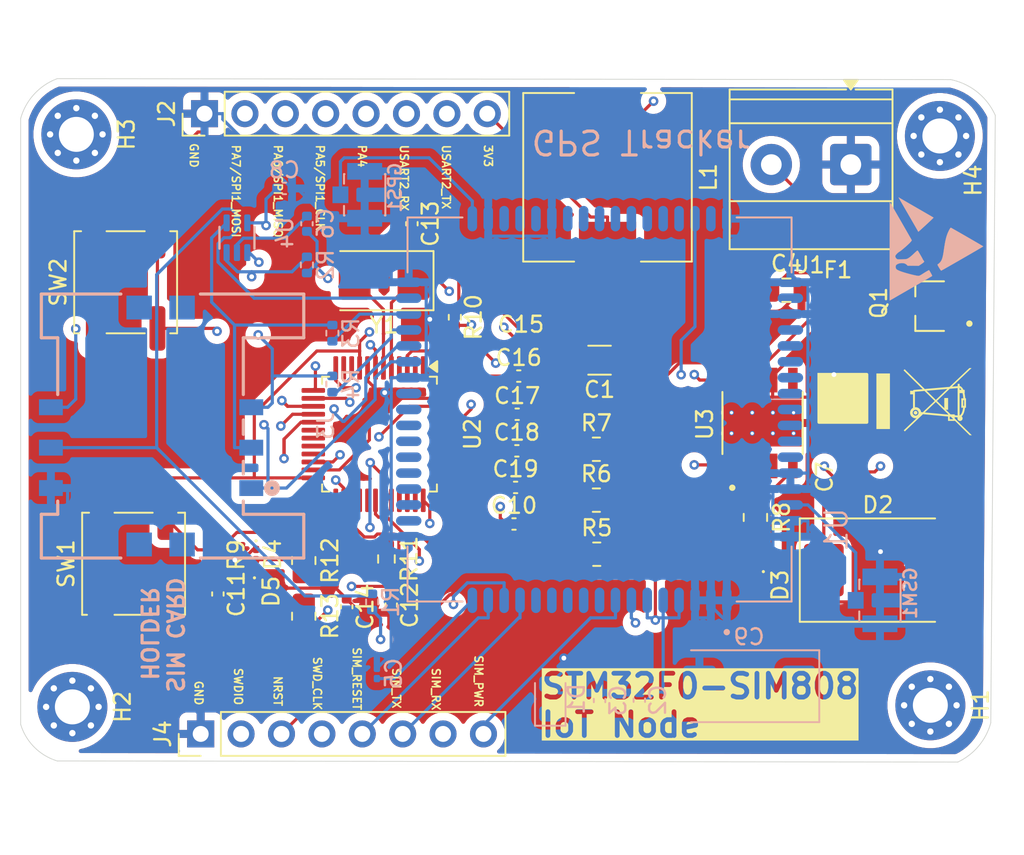
<source format=kicad_pcb>
(kicad_pcb (version 20241229) (generator "pcbnew") (generator_version "9.0")
  (layers (0 "F.Cu" signal) (4 "In1.Cu" signal) (6 "In2.Cu" signal) (2 "B.Cu" signal) (13 "F.Paste" user) (15 "B.Paste" user) (5 "F.SilkS" user "F.Silkscreen") (7 "B.SilkS" user "B.Silkscreen") (1 "F.Mask" user) (3 "B.Mask" user) (25 "Edge.Cuts" user))
  (net 0 "")
  (net 1 "GND")
  (net 2 "+3.3V")
  (net 3 "Net-(C4-Pad1)")
  (net 4 "Net-(U1-VRTC)")
  (net 5 "SIM_DATA")
  (net 6 "Net-(U4-ANODE)")
  (net 7 "Net-(U3-BOOT)")
  (net 8 "Net-(D2-K)")
  (net 9 "SIM_VDD")
  (net 10 "Net-(U2-PF0)")
  (net 11 "Net-(C11-Pad1)")
  (net 12 "Net-(U2-PB11)")
  (net 13 "Net-(U2-PF1)")
  (net 14 "NRST")
  (net 15 "Net-(D3-A)")
  (net 16 "Net-(D4-A)")
  (net 17 "Net-(D5-A)")
  (net 18 "+12V")
  (net 19 "GPS_ANT")
  (net 20 "GSM_ANT")
  (net 57 "USART2_RX")
  (net 58 "PA4")
  (net 59 "USART2_TX")
  (net 60 "PA5{slash}SPI1_CLK")
  (net 61 "PA6{slash}SPI1_MISO")
  (net 62 "PA7{slash}SPI1_MOSI")
  (net 64 "Net-(J3-I{slash}O)")
  (net 65 "SIM_DET")
  (net 67 "Net-(J3-RET)")
  (net 70 "Net-(J3-CLK)")
  (net 71 "SIM_RX")
  (net 72 "SWD_CLK")
  (net 73 "SIM_PWRKEY")
  (net 74 "SIM_TX")
  (net 75 "SIM_RESET")
  (net 76 "SWDI0")
  (net 77 "Net-(U3-VIN)")
  (net 78 "Net-(U1-VDD_EXT)")
  (net 79 "SIM_RST")
  (net 80 "SIM_CLK")
  (net 81 "FEEDBACK")
  (net 82 "Net-(R6-Pad1)")
  (net 83 "Net-(U2-BOOT0)")
  (net 84 "LED1")
  (net 85 "LED2")
  (net 111 "STATUS")
  (net 123 "SWDIO")
  (net 140 "SWDCLK")
  (footprint "Resistor_SMD:R_0805_2012Metric" (layer "F.Cu") (at 181.4 123.5983 -90)
    (property "Reference" "R13")
    (property "Value" "1K5")
  )
  (footprint "Capacitor_SMD:C_0402_1005Metric" (layer "F.Cu") (at 194.72 115.4983)
    (property "Reference" "C19")
    (property "Value" "100n")
  )
  (footprint "Inductor_SMD:L_10.4x10.4_H4.8" (layer "F.Cu") (at 200.5 95.9983 -90)
    (property "Reference" "L1")
    (property "Value" "15uH")
  )
  (footprint "MountingHole:MountingHole_2.2mm_M2_Pad_Via" (layer "F.Cu") (at 221.4 93.3983 -90)
    (property "Reference" "H4")
    (property "Value" "MountingHole_Pad")
  )
  (footprint "Capacitor_SMD:C_0402_1005Metric" (layer "F.Cu") (at 194.82 110.8983)
    (property "Reference" "C17")
    (property "Value" "100n")
  )
  (footprint "Capacitor_SMD:C_0402_1005Metric" (layer "F.Cu") (at 184.1 122.9983 -90)
    (property "Reference" "C14")
    (property "Value" "100n")
  )
  (footprint "Symbol:WEEE-Logo_4.2x6mm_SilkScreen" (layer "F.Cu") (at 220.4 110.0983 -90)
    (property "Reference" "REF**" (hide yes))
    (property "Value" "WEEE-Logo_4.2x6mm_SilkScreen" (hide yes))
  )
  (footprint "Capacitor_SMD:C_0402_1005Metric" (layer "F.Cu") (at 186.9 122.8983 -90)
    (property "Reference" "C12")
    (property "Value" "100n")
  )
  (footprint "Resistor_SMD:R_0201_0603Metric" (layer "F.Cu") (at 176.1 119.7433 -90)
    (property "Reference" "R9")
    (property "Value" "100K")
  )
  (footprint "Resistor_SMD:R_0603_1608Metric" (layer "F.Cu") (at 186.6 119.9983 -90)
    (property "Reference" "R11")
    (property "Value" "1K")
  )
  (footprint "Crystal:Crystal_SMD_5032-2Pin_5.0x3.2mm" (layer "F.Cu") (at 186.45 102.4983 180)
    (property "Reference" "Y1")
    (property "Value" "8MHz")
  )
  (footprint "Connector_PinHeader_2.54mm:PinHeader_1x08_P2.54mm_Vertical" (layer "F.Cu") (at 174.92 130.9983 90)
    (property "Reference" "J4")
    (property "Value" "RIGHT HEADER PINS")
  )
  (footprint "Connector_PinHeader_2.54mm:PinHeader_1x08_P2.54mm_Vertical" (layer "F.Cu") (at 175.16 91.9983 90)
    (property "Reference" "J2")
    (property "Value" "LEFT HEADER PINS")
  )
  (footprint "Capacitor_SMD:C_0402_1005Metric" (layer "F.Cu") (at 188.2 98.9183 -90)
    (property "Reference" "C13")
    (property "Value" "30p")
  )
  (footprint "TPS5430DDA:VREG_LM5017MR_NOPB" (layer "F.Cu") (at 210.25 111.4483 90)
    (property "Reference" "U3")
    (property "Value" "TPS5430DDA")
  )
  (footprint "LED_SMD:LED_0201_0603Metric" (layer "F.Cu") (at 178.4 119.7183 -90)
    (property "Reference" "D4")
    (property "Value" "LED")
  )
  (footprint "Resistor_SMD:R_0805_2012Metric" (layer "F.Cu") (at 209.8 117.3858 -90)
    (property "Reference" "R8")
    (property "Value" "1K5")
  )
  (footprint "Resistor_SMD:R_0805_2012Metric" (layer "F.Cu") (at 199.8 113.0983)
    (property "Reference" "R7")
    (property "Value" "2K7")
  )
  (footprint "LED_SMD:LED_0201_0603Metric" (layer "F.Cu") (at 178.3 122.0433 -90)
    (property "Reference" "D5")
    (property "Value" "LED")
  )
  (footprint "Capacitor_SMD:C_0805_2012Metric" (layer "F.Cu") (at 211.75 103.0983)
    (property "Reference" "C4")
    (property "Value" "10u")
  )
  (footprint "TerminalBlock_Phoenix:TerminalBlock_Phoenix_MKDS-1,5-2_1x02_P5.00mm_Horizontal" (layer "F.Cu") (at 215.8 95.1983 180)
    (property "Reference" "J1")
    (property "Value" "Screw_Terminal_01x02")
  )
  (footprint "Fuse:Fuse_0402_1005Metric" (layer "F.Cu") (at 214.985 102.9983)
    (property "Reference" "F1")
    (property "Value" "Fuse 2.5A")
  )
  (footprint "Capacitor_SMD:C_0402_1005Metric" (layer "F.Cu") (at 194.62 117.7983)
    (property "Reference" "C10")
    (property "Value" "30p")
  )
  (footprint "LED_SMD:LED_0201_0603Metric" (layer "F.Cu") (at 210.3 121.6533 -90)
    (property "Reference" "D3")
    (property "Value" "LED")
  )
  (footprint "Resistor_SMD:R_0805_2012Metric" (layer "F.Cu") (at 181.4 120.0983 -90)
    (property "Reference" "R12")
    (property "Value" "1K5")
  )
  (footprint "Diode_SMD:D_SMC" (layer "F.Cu") (at 217.5 120.6983)
    (property "Reference" "D2")
    (property "Value" "B340")
  )
  (footprint "Button_Switch_SMD:SW_Push_1P1T_NO_CK_KSC6xxJ" (layer "F.Cu") (at 170.2 102.5983 -90)
    (property "Reference" "SW2")
    (property "Value" "SW_Push")
  )
  (footprint "MountingHole:MountingHole_2.2mm_M2_Pad_Via" (layer "F.Cu") (at 166.85 129.2983 -90)
    (property "Reference" "H2")
    (property "Value" "MountingHole_Pad")
  )
  (footprint "MountingHole:MountingHole_2.2mm_M2_Pad_Via" (layer "F.Cu") (at 220.8 129.1983 -90)
    (property "Reference" "H1")
    (property "Value" "MountingHole_Pad")
  )
  (footprint "MountingHole:MountingHole_2.2mm_M2_Pad_Via" (layer "F.Cu") (at 167.1 93.2983 -90)
    (property "Reference" "H3")
    (property "Value" "MountingHole_Pad")
  )
  (footprint "Capacitor_SMD:C_0402_1005Metric" (layer "F.Cu") (at 194.8 113.1983)
    (property "Reference" "C18")
    (property "Value" "100n")
  )
  (footprint "AO3407A:SOT95P280X125-3N" (layer "F.Cu") (at 220.755 104.0983 180)
    (property "Reference" "Q1")
    (property "Value" "AO3407A")
  )
  (footprint "Capacitor_SMD:C_0402_1005Metric" (layer "F.Cu") (at 194.92 108.4983)
    (property "Reference" "C16")
    (property "Value" "100n")
  )
  (footprint "Resistor_SMD:R_0805_2012Metric" (layer "F.Cu") (at 199.825 119.6983)
    (property "Reference" "R5")
    (property "Value" "8K2")
  )
  (footprint "Resistor_SMD:R_0805_2012Metric" (layer "F.Cu") (at 199.8 116.2983)
    (property "Reference" "R6")
    (property "Value" "1K5")
  )
  (footprint "Capacitor_SMD:C_0201_0603Metric" (layer "F.Cu") (at 215.2 114.8433 90)
    (property "Reference" "C7")
    (property "Value" "10n")
  )
  (footprint "Package_QFP:LQFP-48_7x7mm_P0.5mm" (layer "F.Cu") (at 186.1625 112.1483 -90)
    (property "Reference" "U2")
    (property "Value" "STM32F030C8Tx")
  )
  (footprint "Capacitor_SMD:C_1206_3216Metric" (layer "F.Cu") (at 200 107.4983 180)
    (property "Reference" "C1")
    (property "Value" "100u")
  )
  (footprint "Capacitor_SMD:C_0201_0603Metric" (layer "F.Cu") (at 195.065 106.2983)
    (property "Reference" "C15")
    (property "Value" "4u7")
  )
  (footprint "Button_Switch_SMD:SW_Push_1P1T_NO_CK_KSC6xxJ" (layer "F.Cu") (at 170.7 120.2983 -90)
    (property "Reference" "SW1")
    (property "Value" "SW_Push")
  )
  (footprint "Resistor_SMD:R_0402_1005Metric" (layer "F.Cu") (at 190.9 104.7983 -90)
    (property "Reference" "R10")
    (property "Value" "10K")
  )
  (footprint "Capacitor_SMD:C_0402_1005Metric" (layer "F.Cu") (at 176 122.1983 -90)
    (property "Reference" "C11")
    (property "Value" "10p")
  )
  (footprint "Resistor_SMD:R_0402_1005Metric" (layer "B.Cu") (at 183.2 108.9983 90)
    (property "Reference" "R4")
    (property "Value" "10K")
  )
  (footprint "Resistor_SMD:R_0402_1005Metric" (layer "B.Cu") (at 183.2 105.7983 90)
    (property "Reference" "R3")
    (property "Value" "10K")
  )
  (footprint "Capacitor_SMD:C_0402_1005Metric" (layer "B.Cu") (at 180.18 96.6983 180)
    (property "Reference" "C8")
    (property "Value" "1u")
  )
  (footprint "Symbol:ESD-Logo_6.6x6mm_SilkScreen" (layer "B.Cu") (at 221.2 100.4983 90)
    (property "Reference" "REF**" (hide yes))
    (property "Value" "ESD-Logo_6.6x6mm_SilkScreen" (hide yes))
  )
  (footprint "SIM808:XCVR_SIM808" (layer "B.Cu") (at 200 110.5983 90)
    (property "Reference" "U1")
    (property "Value" "SIM808")
  )
  (footprint "Capacitor_SMD:C_0201_0603Metric" (layer "B.Cu") (at 186 127.1983 90)
    (property "Reference" "C5")
    (property "Value" "4u7")
  )
  (footprint "U.FL-R-SMT-1:U.FL-R-SMT-1" (layer "B.Cu") (at 185.2308 97.0983 90)
    (property "Reference" "GPS1")
    (property "Value" "U.FL-R-SMT-1")
  )
  (footprint "Capacitor_SMD:C_0402_1005Metric" (layer "B.Cu") (at 200 128.8983 90)
    (property "Reference" "C3")
    (property "Value" "10p")
  )
  (footprint "U.FL-R-SMT-1:U.FL-R-SMT-1" (layer "B.Cu") (at 217.6308 122.5983 90)
    (property "Reference" "GSM1")
    (property "Value" "U.FL-R-SMT-1")
  )
  (footprint "Diode_SMD:D_0805_2012Metric" (layer "B.Cu") (at 196.9 128.7983 90)
    (property "Reference" "D1")
    (property "Value" "D_Zener")
  )
  (footprint "Resistor_SMD:R_0402_1005Metric" (layer "B.Cu") (at 185.7 122.6983 90)
    (property "Reference" "R1")
    (property "Value" "4K7")
  )
  (footprint "Capacitor_Tantalum_SMD:CP_EIA-7343-15_Kemet-W" (layer "B.Cu") (at 209.4 127.9983 180)
    (property "Reference" "C9")
    (property "Value" "220u")
  )
  (footprint "Resistor_SMD:R_0402_1005Metric" (layer "B.Cu") (at 181.6 101.5083 90)
    (property "Reference" "R2")
    (property "Value" "10K")
  )
  (footprint "SMF05CT1G:SOT65P210X110-6N" (layer "B.Cu") (at 177.2 99.7983 90)
    (property "Reference" "U4")
    (property "Value" "SMF05CT1G")
  )
  (footprint "Capacitor_SMD:C_0402_1005Metric" (layer "B.Cu") (at 181.6 98.9183 90)
    (property "Reference" "C6")
    (property "Value" "22p")
  )
  (footprint "Capacitor_SMD:C_0402_1005Metric" (layer "B.Cu") (at 202.5 128.8783 90)
    (property "Reference" "C2")
    (property "Value" "33p")
  )
  (footprint "693010020611:693010020611" (layer "B.Cu") (at 173.15 111.6383 90)
    (property "Reference" "J3")
    (property "Value" "693010020611")
  )
  (gr_rect (start 213.8 108.3983) (end 216.8 111.3983) (stroke (width 0.2)) (fill yes) (layer "F.SilkS"))
  (gr_line (start 224.6 130.298297) (end 224.884047 92.105389) (stroke (width 0.05)) (layer "Edge.Cuts"))
  (gr_line (start 163.6 92.298302) (end 163.6 130.398296) (stroke (width 0.05)) (layer "Edge.Cuts"))
  (gr_arc (start 222.088119 89.856213) (mid 223.758385 90.642304) (end 224.884047 92.105387) (stroke (width 0.05)) (layer "Edge.Cuts"))
  (gr_arc (start 163.6 92.2983) (mid 164.44856 90.770539) (end 165.899068 89.79579) (stroke (width 0.05)) (layer "Edge.Cuts"))
  (gr_line (start 165.89907 89.79579) (end 222.088119 89.856213) (stroke (width 0.05)) (layer "Edge.Cuts"))
  (gr_arc (start 165.9 132.6983) (mid 164.461763 131.836537) (end 163.6 130.3983) (stroke (width 0.05)) (layer "Edge.Cuts"))
  (gr_arc (start 224.6 130.2983) (mid 223.837717 131.75997) (end 222.531975 132.766248) (stroke (width 0.05)) (layer "Edge.Cuts"))
  (gr_line (start 222.528228 132.768007) (end 165.900004 132.6983) (stroke (width 0.05)) (layer "Edge.Cuts"))
  (gr_text "PA4" (at 184.771429 93.8983 270) (layer "F.SilkS") (effects (font (size 0.5 0.5) (thickness 0.1)) (justify left bottom)))
  (gr_text "PA6/SPI1_MISO" (at 179.485714 93.8983 270) (layer "F.SilkS") (effects (font (size 0.5 0.5) (thickness 0.1)) (justify left bottom)))
  (gr_text "SIM_RESET\n" (at 184.444278 125.4983 270) (layer "F.SilkS") (effects (font (size 0.5 0.5) (thickness 0.1)) (justify left bottom)))
  (gr_text "SIM_PWR" (at 192.1 125.9983 270) (layer "F.SilkS") (effects (font (size 0.5 0.5) (thickness 0.1)) (justify left bottom)))
  (gr_text "SWD_CLK\n" (at 181.958208 126.0983 270) (layer "F.SilkS") (effects (font (size 0.5 0.5) (thickness 0.1)) (justify left bottom)))
  (gr_text "SIM_TX\n" (at 186.930347 126.7983 270) (layer "F.SilkS") (effects (font (size 0.5 0.5) (thickness 0.1)) (justify left bottom)))
  (gr_text "SIM_RX\n" (at 189.416417 126.7983 270) (layer "F.SilkS") (effects (font (size 0.5 0.5) (thickness 0.1)) (justify left bottom)))
  (gr_text "NRST\n" (at 179.472139 127.2983 270) (layer "F.SilkS") (effects (font (size 0.5 0.5) (thickness 0.1)) (justify left bottom)))
  (gr_text "SWDIO" (at 176.986069 126.7983 270) (layer "F.SilkS") (effects (font (size 0.5 0.5) (thickness 0.1)) (justify left bottom)))
  (gr_text "GND\n" (at 174.2 93.7983 270) (layer "F.SilkS") (effects (font (size 0.5 0.5) (thickness 0.1)) (justify left bottom)))
  (gr_text "PA7/SPI1_MOSI" (at 176.842857 93.8983 270) (layer "F.SilkS") (effects (font (size 0.5 0.5) (thickness 0.1)) (justify left bottom)))
  (gr_text "3V3" (at 192.7 93.8983 270) (layer "F.SilkS") (effects (font (size 0.5 0.5) (thickness 0.1)) (justify left bottom)))
  (gr_text "PA5/SPI1_CLK" (at 182.128571 93.8983 270) (layer "F.SilkS") (effects (font (size 0.5 0.5) (thickness 0.1)) (justify left bottom)))
  (gr_text "GND\n" (at 174.5 127.5983 270) (layer "F.SilkS") (effects (font (size 0.5 0.5) (thickness 0.1)) (justify left bottom)))
  (gr_text "USART2_RX" (at 187.414286 93.8983 270) (layer "F.SilkS") (effects (font (size 0.5 0.5) (thickness 0.1)) (justify left bottom)))
  (gr_text "STM32F0-SIM808\nIoT Node" (at 196.2 131.2983 0) (layer "F.SilkS" knockout) (effects (font (size 1.5 1.5) (thickness 0.3) (bold yes)) (justify left bottom)))
  (gr_text "USART2_TX" (at 190.057143 93.8983 270) (layer "F.SilkS") (effects (font (size 0.5 0.5) (thickness 0.1)) (justify left bottom)))
  (gr_text "GPS Tracker" (at 195.6 92.8983 180) (layer "B.SilkS") (effects (font (size 1.5 1.5) (thickness 0.2)) (justify left bottom mirror)))
  (gr_text "SIM CARD \n HOLDER" (at 171.1 128.4983 270) (layer "B.SilkS") (effects (font (size 1 1) (thickness 0.2) (bold yes)) (justify left bottom mirror)))
  (segment (start 220.9 120.6983) (end 218.8996 122.6987) (width 0.2) (layer "F.Cu") (net 1))
  (segment (start 199.7813 108.7546) (end 198.525 107.4983) (width 0.2) (layer "F.Cu") (net 1))
  (segment (start 177.0721 120.0633) (end 176.1 120.0633) (width 0.2) (layer "F.Cu") (net 1))
  (segment (start 218.8996 122.6987) (end 212.872 122.6987) (width 0.2) (layer "F.Cu") (net 1))
  (segment (start 190.646 122.2523) (end 190.5661 122.2523) (width 0.2) (layer "F.Cu") (net 1))
  (segment (start 209.0132 107.6631) (end 209.0132 109.6394) (width 0.2) (layer "F.Cu") (net 1))
  (segment (start 196.4 107.4983) (end 196.4 107.3133) (width 0.2) (layer "F.Cu") (net 1))
  (segment (start 196.4 107.4983) (end 195.4 108.4983) (width 0.2) (layer "F.Cu") (net 1))
  (segment (start 186.4869 109.5368) (end 186.4885 109.5368) (width 0.2) (layer "F.Cu") (net 1))
  (segment (start 195.2477 110.846) (end 195.2477 108.6506) (width 0.2) (layer "F.Cu") (net 1))
  (segment (start 184.1 122.5183) (end 183.4144 121.8327) (width 0.2) (layer "F.Cu") (net 1))
  (segment (start 178.4 119.3983) (end 178.214 119.3983) (width 0.2) (layer "F.Cu") (net 1))
  (segment (start 184.96 123.3783) (end 184.1 122.5183) (width 0.2) (layer "F.Cu") (net 1))
  (segment (start 195.385 105.9791) (end 193.6942 104.2883) (width 0.2) (layer "F.Cu") (net 1))
  (segment (start 213.3162 109.8251) (end 214.7383 108.403) (width 0.2) (layer "F.Cu") (net 1))
  (segment (start 186.5197 109.8983) (end 185.524 110.894) (width 0.2) (layer "F.Cu") (net 1))
  (segment (start 205.0295 107.6631) (end 203.938 108.7546) (width 0.2) (layer "F.Cu") (net 1))
  (segment (start 213.92 105.45) (end 221.6083 105.45) (width 0.2) (layer "F.Cu") (net 1))
  (segment (start 176.955 121.7233) (end 176 122.6783) (width 0.2) (layer "F.Cu") (net 1))
  (segment (start 195.3 110.8983) (end 195.2477 110.846) (width 0.2) (layer "F.Cu") (net 1))
  (segment (start 168.2 105.4983) (end 168.2 99.6983) (width 0.2) (layer "F.Cu") (net 1))
  (segment (start 210.25 109.8251) (end 210.885 109.8251) (width 0.2) (layer "F.Cu") (net 1))
  (segment (start 174.7483 93.15) (end 175.16 93.15) (width 0.2) (layer "F.Cu") (net 1))
  (segment (start 195.385 106.2983) (end 195.385 105.9791) (width 0.2) (layer "F.Cu") (net 1))
  (segment (start 211.5066 121.3333) (end 210.3 121.3333) (width 0.2) (layer "F.Cu") (net 1))
  (segment (start 195.2 113.2783) (end 195.28 113.1983) (width 0.2) (layer "F.Cu") (net 1))
  (segment (start 221.6083 105.45) (end 222.01 105.0483) (width 0.2) (layer "F.Cu") (net 1))
  (segment (start 203.938 108.7546) (end 199.7813 108.7546) (width 0.2) (layer "F.Cu") (net 1))
  (segment (start 175.16 91.9983) (end 175.16 93.15) (width 0.2) (layer "F.Cu") (net 1))
  (segment (start 210.25 111.4483) (end 210.25 109.8251) (width 0.2) (layer "F.Cu") (net 1))
  (segment (start 190.5661 122.2523) (end 189.4401 123.3783) (width 0.2) (layer "F.Cu") (net 1))
  (segment (start 195.2477 110.846) (end 195.28 110.8783) (width 0.2) (layer "F.Cu") (net 1))
  (segment (start 178.3 121.7233) (end 177.3105 121.7233) (width 0.2) (layer "F.Cu") (net 1))
  (segment (start 195.1 117.7983) (end 192.2113 120.6871) (width 0.2) (layer "F.Cu") (net 1))
  (segment (start 219.739 119.5373) (end 217.6662 119.5373) (width 0.2) (layer "F.Cu") (net 1))
  (segment (start 185.524 112.5127) (end 183.6384 114.3983) (width 0.2) (layer "F.Cu") (net 1))
  (segment (start 192.2113 120.6871) (end 197.7555 126.2313) (width 0.2) (layer "F.Cu") (net 1))
  (segment (start 212.872 122.6987) (end 211.5066 121.3333) (width 0.2) (layer "F.Cu") (net 1))
  (segment (start 190.9 104.2883) (end 191.151 104.0373) (width 0.2) (layer "F.Cu") (net 1))
  (segment (start 177.3106 120.3018) (end 177.3105 120.3018) (width 0.2) (layer "F.Cu") (net 1))
  (segment (start 198.525 107.4983) (end 196.4 107.4983) (width 0.2) (layer "F.Cu") (net 1))
  (segment (start 189.3256 104.9277) (end 189.965 104.2883) (width 0.2) (layer "F.Cu") (net 1))
  (segment (start 185.524 110.894) (end 185.524 112.5127) (width 0.2) (layer "F.Cu") (net 1))
  (segment (start 177.3105 121.7233) (end 176.955 121.7233) (width 0.2) (layer "F.Cu") (net 1))
  (segment (start 198.8875 113.0983) (end 198.7875 113.1983) (width 0.2) (layer "F.Cu") (net 1))
  (segment (start 210.885 108.7483) (end 210.885 108.485) (width 0.2) (layer "F.Cu") (net 1))
  (segment (start 209.0132 106.7851) (end 209.0132 107.6631) (width 0.2) (layer "F.Cu") (net 1))
  (segment (start 185.4125 108.7911) (end 186.3226 109.7012) (width 0.2) (layer "F.Cu") (net 1))
  (segment (start 195.2 115.4983) (end 195.2 113.2783) (width 0.2) (layer "F.Cu") (net 1))
  (segment (start 210.885 108.485) (end 213.92 105.45) (width 0.2) (layer "F.Cu") (net 1))
  (segment (start 192.2113 120.6871) (end 190.646 122.2523) (width 0.2) (layer "F.Cu") (net 1))
  (segment (start 177.3105 120.3018) (end 177.3105 121.7233) (width 0.2) (layer "F.Cu") (net 1))
  (segment (start 191.151 102.3493) (end 188.2 99.3983) (width 0.2) (layer "F.Cu") (net 1))
  (segment (start 186.3226 109.7012) (end 186.5197 109.8983) (width 0.2) (layer "F.Cu") (net 1))
  (segment (start 209.0132 109.6394) (end 209.1989 109.8251) (width 0.2) (layer "F.Cu") (net 1))
  (segment (start 180.2894 121.7233) (end 178.3 121.7233) (width 0.2) (layer "F.Cu") (net 1))
  (segment (start 180.3988 121.8327) (end 180.2894 121.7233) (width 0.2) (layer "F.Cu") (net 1))
  (segment (start 185.4125 107.9858) (end 185.4125 108.7911) (width 0.2) (layer "F.Cu") (net 1))
  (segment (start 209.1989 109.8251) (end 210.25 109.8251) (width 0.2) (layer "F.Cu") (net 1))
  (segment (start 178.214 119.3983) (end 177.3106 120.3018) (width 0.2) (layer "F.Cu") (net 1))
  (segment (start 195.28 110.8783) (end 195.28 113.1983) (width 0.2) (layer "F.Cu") (net 1))
  (segment (start 189.4401 123.3783) (end 186.9 123.3783) (width 0.2) (layer "F.Cu") (net 1))
  (segment (start 210.885 109.8251) (end 210.885 108.7483) (width 0.2) (layer "F.Cu") (net 1))
  (segment (start 195.2477 108.6506) (end 195.4 108.4983) (width 0.2) (layer "F.Cu") (net 1))
  (segment (start 196.4 107.3133) (end 195.385 106.2983) (width 0.2) (layer "F.Cu") (net 1))
  (segment (start 186.4869 109.5368) (end 186.3226 109.7012) (width 0.2) (layer "F.Cu") (net 1))
  (segment (start 186.5197 109.8983) (end 190.325 109.8983) (width 0.2) (layer "F.Cu") (net 1))
  (segment (start 191.151 104.0373) (end 191.151 102.3493) (width 0.2) (layer "F.Cu") (net 1))
  (segment (start 177.3106 120.3018) (end 177.0721 120.0633) (width 0.2) (layer "F.Cu") (net 1))
  (segment (start 212.7 103.0983) (end 209.0132 106.7851) (width 0.2) (layer "F.Cu") (net 1))
  (segment (start 168.2 99.6983) (end 174.7483 93.15) (width 0.2) (layer "F.Cu") (net 1))
  (segment (start 186.9 123.3783) (end 184.96 123.3783) (width 0.2) (layer "F.Cu") (net 1))
  (segment (start 198.7875 113.1983) (end 195.28 113.1983) (width 0.2) (layer "F.Cu") (net 1))
  (segment (start 209.0132 107.6631) (end 205.0295 107.6631) (width 0.2) (layer "F.Cu") (net 1))
  (segment (start 189.965 104.2883) (end 190.9 104.2883) (width 0.2) (layer "F.Cu") (net 1))
  (segment (start 183.6384 114.3983) (end 182 114.3983) (width 0.2) (layer "F.Cu") (net 1))
  (segment (start 210.885 109.8251) (end 213.3162 109.8251) (width 0.2) (layer "F.Cu") (net 1))
  (segment (start 220.9 120.6983) (end 219.739 119.5373) (width 0.2) (layer "F.Cu") (net 1))
  (segment (start 193.6942 104.2883) (end 190.9 104.2883) (width 0.2) (layer "F.Cu") (net 1))
  (segment (start 183.4144 121.8327) (end 180.3988 121.8327) (width 0.2) (layer "F.Cu") (net 1))
  (via (at 197.7555 126.2313) (size 0.6) (drill 0.3) (layers "F.Cu" "B.Cu") (net 1))
  (via (at 217.6662 119.5373) (size 0.6) (drill 0.3) (layers "F.Cu" "B.Cu") (net 1))
  (via (at 186.4885 109.5368) (size 0.6) (drill 0.3) (layers "F.Cu" "B.Cu") (net 1))
  (via (at 177.0721 120.0633) (size 0.6) (drill 0.3) (layers "F.Cu" "B.Cu") (net 1))
  (via (at 189.3256 104.9277) (size 0.6) (drill 0.3) (layers "F.Cu" "B.Cu") (net 1))
  (via (at 214.7383 108.403) (size 0.6) (drill 0.3) (layers "F.Cu" "B.Cu") (net 1))
  (segment (start 207.2 123.1492) (end 207.2 123.1493) (width 0.2) (layer "B.Cu") (net 1))
  (segment (start 202.48 128.4183) (end 202.5 128.3983) (width 0.2) (layer "B.Cu") (net 1))
  (segment (start 180.9855 96.6983) (end 182.8605 98.5733) (width 0.2) (layer "B.Cu") (net 1))
  (segment (start 166.5517 115.5383) (end 166.5517 121.4783) (width 0.2) (layer "B.Cu") (net 1))
  (segment (start 213.0009 104.5983) (end 213.1002 104.5983) (width 0.2) (layer "B.Cu") (net 1))
  (segment (start 189.0837 102.5983) (end 189.1017 102.6163) (width 0.2) (layer "B.Cu") (net 1))
  (segment (start 186.8983 118.5983) (end 186.8983 109.5368) (width 0.2) (layer "B.Cu") (net 1))
  (segment (start 210.8983 118.5146) (end 210.8983 115.5983) (width 0.2) (layer "B.Cu") (net 1))
  (segment (start 188 108.5983) (end 189.1017 108.5983) (width 0.2) (layer "B.Cu") (net 1))
  (segment (start 206 122.5983) (end 206 123.7) (width 0.2) (layer "B.Cu") (net 1))
  (segment (start 186 126.8783) (end 186.8983 125.98) (width 0.2) (layer "B.Cu") (net 1))
  (segment (start 207.7507 123.7) (end 208 123.7) (width 0.2) (layer "B.Cu") (net 1))
  (segment (start 207.2 123.1493) (end 207.7507 123.7) (width 0.2) (layer "B.Cu") (net 1))
  (segment (start 200 128.4183) (end 202.48 128.4183) (width 0.2) (layer "B.Cu") (net 1))
  (segment (start 213.1017 115.5983) (end 213.1017 114.5983) (width 0.2) (layer "B.Cu") (net 1))
  (segment (start 213.1002 104.5983) (end 213.1017 104.5983) (width 0.2) (layer "B.Cu") (net 1))
  (segment (start 187.4492 108.5983) (end 188 108.5983) (width 0.2) (layer "B.Cu") (net 1))
  (segment (start 175.16 91.9983) (end 176.3117 91.9983) (width 0.2) (layer "B.Cu") (net 1))
  (segment (start 206.28 127.9983) (end 206.28 123.98) (width 0.2) (layer "B.Cu") (net 1))
  (segment (start 210.982 118.5983) (end 210.8983 118.5146) (width 0.2) (layer "B.Cu") (net 1))
  (segment (start 197.4575 128.4183) (end 200 128.4183) (width 0.2) (layer "B.Cu") (net 1))
  (segment (start 212 117.5983) (end 213.0009 117.5983) (width 0.2) (layer "B.Cu") (net 1))
  (segment (start 182.8605 98.5733) (end 185.2308 98.5733) (width 0.2) (layer "B.Cu") (net 1))
  (segment (start 188 118.5983) (end 186.8983 118.5983) (width 0.2) (layer "B.Cu") (net 1))
  (segment (start 196.9 127.8608) (end 197.4575 128.4183) (width 0.2) (layer "B.Cu") (net 1))
  (segment (start 213.1002 117.5983) (end 213.1017 117.5983) (width 0.2) (layer "B.Cu") (net 1))
  (segment (start 210.8983 120.2509) (end 210.8983 118.5983) (width 0.2) (layer "B.Cu") (net 1))
  (segment (start 212 115.5983) (end 210.8983 115.5983) (width 0.2) (layer "B.Cu") (net 1))
  (segment (start 166.5517 121.4783) (end 174.92 129.8466) (width 0.2) (layer "B.Cu") (net 1))
  (segment (start 188 102.5983) (end 189.0837 102.5983) (width 0.2) (layer "B.Cu") (net 1))
  (segment (start 209.6526 99.7) (end 208 99.7) (width 0.2) (layer "B.Cu") (net 1))
  (segment (start 189.1017 102.6163) (end 190.0837 102.6163) (width 0.2) (layer "B.Cu") (net 1))
  (segment (start 208 98.5983) (end 208 99.7) (width 0.2) (layer "B.Cu") (net 1))
  (segment (start 213.1002 104.5983) (end 213.1017 104.5998) (width 0.2) (layer "B.Cu") (net 1))
  (segment (start 217.6308 124.0733) (end 217.6308 121.1233) (width 0.2) (layer "B.Cu") (net 1))
  (segment (start 217.6662 120.2612) (end 217.6308 120.2966) (width 0.2) (layer "B.Cu") (net 1))
  (segment (start 215.8 95.1983) (end 215.8 99.9) (width 0.2) (layer "B.Cu") (net 1))
  (segment (start 186.8983 101.0675) (end 185.2308 99.4) (width 0.2) (layer "B.Cu") (net 1))
  (segment (start 212 118.5983) (end 210.982 118.5983) (width 0.2) (layer "B.Cu") (net 1))
  (segment (start 176.3117 92.35) (end 180.66 96.6983) (width 0.2) (layer "B.Cu") (net 1))
  (segment (start 190.0837 102.6163) (end 193 99.7) (width 0.2) (layer "B.Cu") (net 1))
  (segment (start 186.8983 109.5368) (end 186.4869 109.5368) (width 0.2) (layer "B.Cu") (net 1))
  (segment (start 174.92 130.9983) (end 174.92 129.8466) (width 0.2) (layer "B.Cu") (net 1))
  (segment (start 193 99.7) (end 197 99.7) (width 0.2) (layer "B.Cu") (net 1))
  (segment (start 212 115.5983) (end 213.1017 115.5983) (width 0.2) (layer "B.Cu") (net 1))
  (segment (start 189.1017 104.9277) (end 189.3256 104.9277) (width 0.2) (layer "B.Cu") (net 1))
  (segment (start 208 123.1492) (end 210.8983 120.2509) (width 0.2) (layer "B.Cu") (net 1))
  (segment (start 212 102.5983) (end 212.5509 102.5983) (width 0.2) (layer "B.Cu") (net 1))
  (segment (start 176.3117 91.9983) (end 176.3117 92.35) (width 0.2) (layer "B.Cu") (net 1))
  (segment (start 217.6308 121.1233) (end 217.6308 120.2966) (width 0.2) (layer "B.Cu") (net 1))
  (segment (start 197 98.5983) (end 197 99.7) (width 0.2) (layer "B.Cu") (net 1))
  (segment (start 193 98.5983) (end 193 99.7) (width 0.2) (layer "B.Cu") (net 1))
  (segment (start 206.28 123.98) (end 206 123.7) (width 0.2) (layer "B.Cu") (net 1))
  (segment (start 186.8983 102.5983) (end 186.8983 101.0675) (width 0.2) (layer "B.Cu") (net 1))
  (segment (start 213.1017 104.5998) (end 213.1017 108.403) (width 0.2) (layer "B.Cu") (net 1))
  (segment (start 207 123.1492) (end 207.2 123.1492) (width 0.2) (layer "B.Cu") (net 1))
  (segment (start 208 123.1492) (end 208 123.7) (width 0.2) (layer "B.Cu") (net 1))
  (segment (start 187.4492 108.5983) (end 186.8983 108.5983) (width 0.2) (layer "B.Cu") (net 1))
  (segment (start 217.6662 119.5373) (end 217.6662 120.2612) (width 0.2) (layer "B.Cu") (net 1))
  (segment (start 212 114.5983) (end 213.1017 114.5983) (width 0.2) (layer "B.Cu") (net 1))
  (segment (start 186.8983 109.5368) (end 186.8983 108.5983) (width 0.2) (layer "B.Cu") (net 1))
  (segment (start 213.0009 117.5983) (end 213.1002 117.5983) (width 0.2) (layer "B.Cu") (net 1))
  (segment (start 180.66 96.6983) (end 180.9855 96.6983) (width 0.2) (layer "B.Cu") (net 1))
  (segment (start 215.8 99.9) (end 213.1017 102.5983) (width 0.2) (layer "B.Cu") (net 1))
  (segment (start 186.8983 125.98) (end 186.8983 118.5983) (width 0.2) (layer "B.Cu") (net 1))
  (segment (start 185.2308 98.5733) (end 185.2308 95.6233) (width 0.2) (layer "B.Cu") (net 1))
  (segment (start 185.2308 98.5733) (end 185.2308 99.4) (width 0.2) (layer "B.Cu") (net 1))
  (segment (start 207 122.5983) (end 207 123.1492) (width 0.2) (layer "B.Cu") (net 1))
  (segment (start 212.5509 102.5983) (end 209.6526 99.7) (width 0.2) (layer "B.Cu") (net 1))
  (segment (start 189.1017 104.9277) (end 189.1017 102.6163) (width 0.2) (layer "B.Cu") (net 1))
  (segment (start 212.5509 102.5983) (end 213.1017 102.5983) (width 0.2) (layer "B.Cu") (net 1))
  (segment (start 197.7555 127.0053) (end 196.9 127.8608) (width 0.2) (layer "B.Cu") (net 1))
  (segment (start 212 118.5983) (end 213.1017 118.5983) (width 0.2) (layer "B.Cu") (net 1))
  (segment (start 213.1017 108.403) (end 213.1017 114.5983) (width 0.2) (layer "B.Cu") (net 1))
  (segment (start 213.1017 117.5983) (end 213.1017 118.5983) (width 0.2) (layer "B.Cu") (net 1))
  (segment (start 186.4869 109.5368) (end 186.4885 109.5368) (width 0.2) (layer "B.Cu") (net 1))
  (segment (start 207 123.1492) (end 207 123.7) (width 0.2) (layer "B.Cu") (net 1))
  (segment (start 214.7383 108.403) (end 213.1017 108.403) (width 0.2) (layer "B.Cu") (net 1))
  (segment (start 208 122.5983) (end 208 123.1492) (width 0.2) (layer "B.Cu") (net 1))
  (segment (start 189.1017 108.5983) (end 189.1017 104.9277) (width 0.2) (layer "B.Cu") (net 1))
  (segment (start 206 123.7) (end 207 123.7) (width 0.2) (layer "B.Cu") (net 1))
  (segment (start 210.982 118.5983) (end 210.8983 118.5983) (width 0.2) (layer "B.Cu") (net 1))
  (segment (start 212 104.5983) (end 213.0009 104.5983) (width 0.2) (layer "B.Cu") (net 1))
  (segment (start 197.7555 126.2313) (end 197.7555 127.0053) (width 0.2) (layer "B.Cu") (net 1))
  (segment (start 165.5 115.5383) (end 166.5517 115.5383) (width 0.2) (layer "B.Cu") (net 1))
  (segment (start 213.1017 104.5983) (end 213.1017 102.5983) (width 0.2) (layer "B.Cu") (net 1))
  (segment (start 188 102.5983) (end 186.8983 102.5983) (width 0.2) (layer "B.Cu") (net 1))
  (segment (start 207.3887 120.7096) (end 203.511 120.7096) (width 0.2) (layer "F.Cu") (net 2))
  (segment (start 194.32 113.1983) (end 194.32 115.4183) (width 0.2) (layer "F.Cu") (net 2))
  (segment (start 198.9125 119.6983) (end 198.44 119.6983) (width 0.2) (layer "F.Cu") (net 2))
  (segment (start 194.745 106.1899) (end 194.745 106.2983) (width 0.2) (layer "F.Cu") (net 2))
  (segment (start 203.511 120.7096) (end 199.9238 120.7096) (width 0.2) (layer "F.Cu") (net 2))
  (segment (start 184.9125 107.9858) (end 184.9125 106.9206) (width 0.2) (layer "F.Cu") (net 2))
  (segment (start 190.325 108.4983) (end 190.325 109.3983) (width 0.2) (layer "F.Cu") (net 2))
  (segment (start 194.34 108.5983) (end 194.44 108.4983) (width 0.2) (layer "F.Cu") (net 2))
  (segment (start 200.5 100.1483) (end 200.5 98.4966) (width 0.2) (layer "F.Cu") (net 2))
  (segment (start 189.425 108.4983) (end 188.9125 107.9858) (width 0.2) (layer "F.Cu") (net 2))
  (segment (start 200.5 106.5233) (end 201.475 107.4983) (width 0.2) (layer "F.Cu") (net 2))
  (segment (start 199.9238 120.7096) (end 198.9125 119.6983) (width 0.2) (layer "F.Cu") (net 2))
  (segment (start 194.745 108.1933) (end 194.44 108.4983) (width 0.2) (layer "F.Cu") (net 2))
  (segment (start 178.2916 114.8983) (end 182 114.8983) (width 0.2) (layer "F.Cu") (net 2))
  (segment (start 190.325 108.4983) (end 189.425 108.4983) (width 0.2) (layer "F.Cu") (net 2))
  (segment (start 193.9827 105.4276) (end 194.745 106.1899) (width 0.2) (layer "F.Cu") (net 2))
  (segment (start 178.2916 110.8538) (end 178.2916 114.8983) (width 0.2) (layer "F.Cu") (net 2))
  (segment (start 184.9125 106.9206) (end 184.9125 106.3404) (width 0.2) (layer "F.Cu") (net 2))
  (segment (start 194.32 115.4183) (end 194.24 115.4983) (width 0.2) (layer "F.Cu") (net 2))
  (segment (start 200.5 100.1483) (end 200.5 106.5233) (width 0.2) (layer "F.Cu") (net 2))
  (segment (start 192.94 91.9983) (end 199.4383 98.4966) (width 0.2) (layer "F.Cu") (net 2))
  (segment (start 194.32 110.9183) (end 194.32 113.1983) (width 0.2) (layer "F.Cu") (net 2))
  (segment (start 184.9125 106.9206) (end 182.2248 106.9206) (width 0.2) (layer "F.Cu") (net 2))
  (segment (start 194.34 110.8983) (end 194.32 110.9183) (width 0.2) (layer "F.Cu") (net 2))
  (segment (start 168.7 123.1983) (end 168.7 117.3983) (width 0.2) (layer "F.Cu") (net 2))
  (segment (start 194.745 106.2983) (end 194.745 108.1933) (width 0.2) (layer "F.Cu") (net 2))
  (segment (start 171.2 114.8983) (end 178.2916 114.8983) (width 0.2) (layer "F.Cu") (net 2))
  (segment (start 184.9125 106.3404) (end 185.531 105.7219) (width 0.2) (layer "F.Cu") (net 2))
  (segment (start 209.8 118.2983) (end 207.3887 120.7096) (width 0.2) (layer "F.Cu") (net 2))
  (segment (start 182.2248 106.9206) (end 178.2916 110.8538) (width 0.2) (layer "F.Cu") (net 2))
  (segment (start 203.511 120.7096) (end 203.511 123.8385) (width 0.2) (layer "F.Cu") (net 2))
  (segment (start 168.7 117.3983) (end 171.2 114.8983) (width 0.2) (layer "F.Cu") (net 2))
  (segment (start 199.4383 98.4966) (end 200.5 98.4966) (width 0.2) (layer "F.Cu") (net 2))
  (segment (start 198.44 119.6983) (end 194.24 115.4983) (width 0.2) (layer "F.Cu") (net 2))
  (segment (start 194.44 108.4983) (end 190.325 108.4983) (width 0.2) (layer "F.Cu") (net 2))
  (segment (start 194.34 110.8983) (end 194.34 108.5983) (width 0.2) (layer "F.Cu") (net 2))
  (via (at 185.531 105.7219) (size 0.6) (drill 0.3) (layers "F.Cu" "B.Cu") (net 2))
  (via (at 193.9827 105.4276) (size 0.6) (drill 0.3) (layers "F.Cu" "B.Cu") (net 2))
  (via (at 203.511 123.8385) (size 0.6) (drill 0.3) (layers "F.Cu" "B.Cu") (net 2))
  (segment (start 205 122.5983) (end 205 123.7) (width 0.2) (layer "B.Cu") (net 2))
  (segment (start 196.9 129.7358) (end 197.2575 129.3783) (width 0.2) (layer "B.Cu") (net 2))
  (segment (start 205 123.7) (end 204 123.7) (width 0.2) (layer "B.Cu") (net 2))
  (segment (start 205.2616 129.6246) (end 204 128.363) (width 0.2) (layer "B.Cu") (net 2))
  (segment (start 203 122.5983) (end 203 123.7) (width 0.2) (layer "B.Cu") (net 2))
  (segment (start 197.2575 129.3783) (end 200 129.3783) (width 0.2) (layer "B.Cu") (net 2))
  (segment (start 210.8937 129.6246) (end 205.2616 129.6246) (width 0.2) (layer "B.Cu") (net 2))
  (segment (start 202.5 129.3583) (end 203.4953 128.363) (width 0.2) (layer "B.Cu") (net 2))
  (segment (start 203 123.7) (end 203.511 123.7) (width 0.2) (layer "B.Cu") (net 2))
  (segment (start 203.4953 128.363) (end 204 128.363) (width 0.2) (layer "B.Cu") (net 2))
  (segment (start 203.511 123.7) (end 203.511 123.8385) (width 0.2) (layer "B.Cu") (net 2))
  (segment (start 204 128.363) (end 204 123.7) (width 0.2) (layer "B.Cu") (net 2))
  (segment (start 212.52 127.9983) (end 210.8937 129.6246) (width 0.2) (layer "B.Cu") (net 2))
  (segment (start 204 123.7) (end 203.511 123.7) (width 0.2) (layer "B.Cu") (net 2))
  (segment (start 200 129.3783) (end 202.48 129.3783) (width 0.2) (layer "B.Cu") (net 2))
  (segment (start 202.48 129.3783) (end 202.5 129.3583) (width 0.2) (layer "B.Cu") (net 2))
  (segment (start 204 122.5983) (end 204 123.7) (width 0.2) (layer "B.Cu") (net 2))
  (segment (start 215.47 102.9983) (end 215.47 103.6329) (width 0.2) (layer "F.Cu") (net 3))
  (segment (start 214.1374 103.6329) (end 213.7754 103.2709) (width 0.2) (layer "F.Cu") (net 3))
  (segment (start 215.47 103.6329) (end 214.1374 103.6329) (width 0.2) (layer "F.Cu") (net 3))
  (segment (start 215.47 103.6329) (end 215.9354 104.0983) (width 0.2) (layer "F.Cu") (net 3))
  (segment (start 213.7754 103.2709) (end 213.7754 102.6345) (width 0.2) (layer "F.Cu") (net 3))
  (segment (start 211.8988 101.9995) (end 210.8 103.0983) (width 0.2) (layer "F.Cu") (net 3))
  (segment (start 213.7754 102.6345) (end 213.1404 101.9995) (width 0.2) (layer "F.Cu") (net 3))
  (segment (start 215.9354 104.0983) (end 219.5 104.0983) (width 0.2) (layer "F.Cu") (net 3))
  (segment (start 213.1404 101.9995) (end 211.8988 101.9995) (width 0.2) (layer "F.Cu") (net 3))
  (segment (start 192 122.5983) (end 187.08 127.5183) (width 0.2) (layer "B.Cu") (net 4))
  (segment (start 187.08 127.5183) (end 186 127.5183) (width 0.2) (layer "B.Cu") (net 4))
  (via (at 182.9166 102.353) (size 0.6) (drill 0.3) (layers "F.Cu" "B.Cu") (net 5))
  (via (at 183.3057 110.5694) (size 0.6) (drill 0.3) (layers "F.Cu" "B.Cu") (net 5))
  (segment (start 183.3057 110.5694) (end 183.3057 110.7983) (width 0.2) (layer "B.Cu") (net 5))
  (segment (start 187.2962 106.5983) (end 188 106.5983) (width 0.2) (layer "B.Cu") (net 5))
  (segment (start 181.6 99.3983) (end 182.2351 100.0334) (width 0.2) (layer "B.Cu") (net 5))
  (segment (start 182.2351 100.0334) (end 182.2351 101.3832) (width 0.2) (layer "B.Cu") (net 5))
  (segment (start 183.9384 111.3484) (end 185.3035 109.9833) (width 0.2) (layer "B.Cu") (net 5))
  (segment (start 185.3035 109.9833) (end 185.3035 108.591) (width 0.2) (layer "B.Cu") (net 5))
  (segment (start 185.3035 108.591) (end 187.2962 106.5983) (width 0.2) (layer "B.Cu") (net 5))
  (segment (start 183.3057 110.7983) (end 183.3057 110.5694) (width 0.2) (layer "B.Cu") (net 5))
  (segment (start 183.3057 110.7983) (end 183.8558 111.3484) (width 0.2) (layer "B.Cu") (net 5))
  (segment (start 182.091 101.5274) (end 182.0435 101.5748) (width 0.2) (layer "B.Cu") (net 5))
  (segment (start 182.091 101.5274) (end 182.9166 102.353) (width 0.2) (layer "B.Cu") (net 5))
  (segment (start 183.8558 111.3484) (end 183.9384 111.3484) (width 0.2) (layer "B.Cu") (net 5))
  (segment (start 182.9166 102.353) (end 182.7567 102.1931) (width 0.2) (layer "B.Cu") (net 5))
  (segment (start 183.3057 110.5694) (end 183.3057 110.7983) (width 0.2) (layer "B.Cu") (net 5))
  (segment (start 182.7567 102.1931) (end 182.9166 102.353) (width 0.2) (layer "B.Cu") (net 5))
  (segment (start 182.2351 101.3832) (end 182.091 101.5274) (width 0.2) (layer "B.Cu") (net 5))
  (segment (start 182.0435 101.5748) (end 181.6 102.0183) (width 0.2) (layer "B.Cu") (net 5))
  (segment (start 180.2129 99.8254) (end 181.6 98.4383) (width 0.2) (layer "B.Cu") (net 6))
  (segment (start 177.6017 99.8254) (end 180.2129 99.8254) (width 0.2) (layer "B.Cu") (net 6))
  (segment (start 177.2 100.2271) (end 177.6017 99.8254) (width 0.2) (layer "B.Cu") (net 6))
  (segment (start 177.2 100.7333) (end 177.2 100.2271) (width 0.2) (layer "B.Cu") (net 6))
  (segment (start 208.279 114.0823) (end 205.9546 114.0823) (width 0.2) (layer "F.Cu") (net 7))
  (segment (start 217.6662 114.1592) (end 217.3021 114.5233) (width 0.2) (layer "F.Cu") (net 7))
  (segment (start 217.3021 114.5233) (end 215.2 114.5233) (width 0.2) (layer "F.Cu") (net 7))
  (segment (start 208.345 114.1483) (end 208.279 114.0823) (width 0.2) (layer "F.Cu") (net 7))
  (via (at 217.6662 114.1592) (size 0.6) (drill 0.3) (layers "F.Cu" "B.Cu") (net 7))
  (via (at 205.9546 114.0823) (size 0.6) (drill 0.3) (layers "F.Cu" "B.Cu") (net 7))
  (segment (start 208.345 108.7483) (end 206.3015 108.7483) (width 0.2) (layer "F.Cu") (net 8))
  (segment (start 214.135 114.1596) (end 214.135 114.2686) (width 0.2) (layer "F.Cu") (net 8))
  (segment (start 215.0297 115.1633) (end 215.2 115.1633) (width 0.2) (layer "F.Cu") (net 8))
  (segment (start 214.1 120.6983) (end 214.1 116.2633) (width 0.2) (layer "F.Cu") (net 8))
  (segment (start 206.3015 108.7483) (end 205.9562 108.403) (width 0.2) (layer "F.Cu") (net 8))
  (segment (start 202.7567 91.8483) (end 200.5 91.8483) (width 0.2) (layer "F.Cu") (net 8))
  (segment (start 214.135 114.2686) (end 215.0297 115.1633) (width 0.2) (layer "F.Cu") (net 8))
  (segment (start 203.3953 91.2097) (end 202.7567 91.8483) (width 0.2) (layer "F.Cu") (net 8))
  (segment (start 214.1 116.2633) (end 215.2 115.1633) (width 0.2) (layer "F.Cu") (net 8))
  (via (at 203.3953 91.2097) (size 0.6) (drill 0.3) (layers "F.Cu" "B.Cu") (net 8))
  (via (at 205.9562 108.403) (size 0.6) (drill 0.3) (layers "F.Cu" "B.Cu") (net 8))
  (via (at 214.135 114.1596) (size 0.6) (drill 0.3) (layers "F.Cu" "B.Cu") (net 8))
  (via (at 178.8991 111.5564) (size 0.6) (drill 0.3) (layers "F.Cu" "B.Cu") (net 9))
  (via (at 179.0315 99.0275) (size 0.6) (drill 0.3) (layers "F.Cu" "B.Cu") (net 9))
  (segment (start 179.0258 99.0218) (end 179.0315 99.0275) (width 0.2) (layer "B.Cu") (net 9))
  (segment (start 188 107.5983) (end 186.8983 107.5983) (width 0.2) (layer "B.Cu") (net 9))
  (segment (start 179.1517 115.5383) (end 180.3165 115.5383) (width 0.2) (layer "B.Cu") (net 9))
  (segment (start 177.85 98.8633) (end 179.0258 98.8633) (width 0.2) (layer "B.Cu") (net 9))
  (segment (start 185.8867 108.6099) (end 186.8983 107.5983) (width 0.2) (layer "B.Cu") (net 9))
  (segment (start 179.0315 99.0275) (end 179.0258 99.0218) (width 0.2) (layer "B.Cu") (net 9))
  (segment (start 178.1 115.5383) (end 179.1517 115.5383) (width 0.2) (layer "B.Cu") (net 9))
  (segment (start 180.3165 115.5383) (end 185.8867 109.9681) (width 0.2) (layer "B.Cu") (net 9))
  (segment (start 179.1517 111.809) (end 178.8991 111.5564) (width 0.2) (layer "B.Cu") (net 9))
  (segment (start 179.0258 98.8633) (end 179.0258 97.3725) (width 0.2) (layer "B.Cu") (net 9))
  (segment (start 179.0258 98.8633) (end 179.0258 99.0218) (width 0.2) (layer "B.Cu") (net 9))
  (segment (start 179.0258 99.0218) (end 179.0315 99.0275) (width 0.2) (layer "B.Cu") (net 9))
  (segment (start 178.8991 111.5564) (end 179.1517 111.809) (width 0.2) (layer "B.Cu") (net 9))
  (segment (start 185.8867 109.9681) (end 185.8867 108.6099) (width 0.2) (layer "B.Cu") (net 9))
  (segment (start 179.1517 115.5383) (end 179.1517 111.809) (width 0.2) (layer "B.Cu") (net 9))
  (segment (start 179.1517 111.809) (end 178.8991 111.5564) (width 0.2) (layer "B.Cu") (net 9))
  (segment (start 179.0258 97.3725) (end 179.7 96.6983) (width 0.2) (layer "B.Cu") (net 9))
  (segment (start 189.8821 102.4983) (end 188.3 102.4983) (width 0.2) (layer "F.Cu") (net 10))
  (segment (start 186.9125 103.8858) (end 188.3 102.4983) (width 0.2) (layer "F.Cu") (net 10))
  (segment (start 193.7585 116.6996) (end 193.7585 117.4168) (width 0.2) (layer "F.Cu") (net 10))
  (segment (start 190.5493 103.1655) (end 189.8821 102.4983) (width 0.2) (layer "F.Cu") (net 10))
  (segment (start 193.7585 117.4168) (end 194.14 117.7983) (width 0.2) (layer "F.Cu") (net 10))
  (segment (start 186.9125 107.9858) (end 186.9125 103.8858) (width 0.2) (layer "F.Cu") (net 10))
  (via (at 193.7585 116.6996) (size 0.6) (drill 0.3) (layers "F.Cu" "B.Cu") (net 10))
  (via (at 190.5493 103.1655) (size 0.6) (drill 0.3) (layers "F.Cu" "B.Cu") (net 10))
  (segment (start 175.5787 121.297) (end 176 121.7183) (width 0.2) (layer "F.Cu") (net 11))
  (segment (start 176.1 119.4233) (end 177.1962 118.3271) (width 0.2) (layer "F.Cu") (net 11))
  (segment (start 174.52 123.1983) (end 176 121.7183) (width 0.2) (layer "F.Cu") (net 11))
  (segment (start 175.5787 119.4233) (end 175.5787 121.297) (width 0.2) (layer "F.Cu") (net 11))
  (segment (start 184.3306 118.3271) (end 185.1768 119.1733) (width 0.2) (layer "F.Cu") (net 11))
  (segment (start 174.725 119.4233) (end 172.7 117.3983) (width 0.2) (layer "F.Cu") (net 11))
  (segment (start 176.1 119.4233) (end 175.5787 119.4233) (width 0.2) (layer "F.Cu") (net 11))
  (segment (start 175.5787 119.4233) (end 174.725 119.4233) (width 0.2) (layer "F.Cu") (net 11))
  (segment (start 172.7 123.1983) (end 174.52 123.1983) (width 0.2) (layer "F.Cu") (net 11))
  (segment (start 177.1962 118.3271) (end 184.3306 118.3271) (width 0.2) (layer "F.Cu") (net 11))
  (segment (start 185.1768 119.1733) (end 186.6 119.1733) (width 0.2) (layer "F.Cu") (net 11))
  (segment (start 183.232 113.8983) (end 183.6832 113.4471) (width 0.2) (layer "F.Cu") (net 12))
  (segment (start 182 113.8983) (end 183.232 113.8983) (width 0.2) (layer "F.Cu") (net 12))
  (segment (start 186.6 121.7214) (end 184.4041 121.7214) (width 0.2) (layer "F.Cu") (net 12))
  (segment (start 186.6 120.8233) (end 186.6 121.7214) (width 0.2) (layer "F.Cu") (net 12))
  (segment (start 186.6 121.7214) (end 186.6 122.1183) (width 0.2) (layer "F.Cu") (net 12))
  (segment (start 186.6 122.1183) (end 186.9 122.4183) (width 0.2) (layer "F.Cu") (net 12))
  (via (at 184.4041 121.7214) (size 0.6) (drill 0.3) (layers "F.Cu" "B.Cu") (net 12))
  (via (at 183.6832 113.4471) (size 0.6) (drill 0.3) (layers "F.Cu" "B.Cu") (net 12))
  (segment (start 186.4125 105.8622) (end 186.431 105.8437) (width 0.2) (layer "F.Cu") (net 13))
  (segment (start 184.6 102.0383) (end 188.2 98.4383) (width 0.2) (layer "F.Cu") (net 13))
  (segment (start 184.6 102.4983) (end 184.6 102.0383) (width 0.2) (layer "F.Cu") (net 13))
  (segment (start 186.4125 104.3108) (end 184.6 102.4983) (width 0.2) (layer "F.Cu") (net 13))
  (segment (start 186.4125 107.9858) (end 186.4125 105.8622) (width 0.2) (layer "F.Cu") (net 13))
  (segment (start 186.4125 105.8252) (end 186.4125 104.3108) (width 0.2) (layer "F.Cu") (net 13))
  (segment (start 186.431 105.8437) (end 186.4125 105.8252) (width 0.2) (layer "F.Cu") (net 13))
  (segment (start 186.431 105.8437) (end 186.4125 105.8252) (width 0.2) (layer "F.Cu") (net 13))
  (segment (start 175.7667 105.4983) (end 175.9487 105.6803) (width 0.2) (layer "F.Cu") (net 14))
  (segment (start 185.5903 106.5299) (end 185.9125 106.8521) (width 0.2) (layer "F.Cu") (net 14))
  (segment (start 172.2 105.4983) (end 175.7667 105.4983) (width 0.2) (layer "F.Cu") (net 14))
  (segment (start 184.1 123.4783) (end 184.1 126.8983) (width 0.2) (layer "F.Cu") (net 14))
  (segment (start 172.2 99.6983) (end 172.2 105.4983) (width 0.2) (layer "F.Cu") (net 14))
  (segment (start 184.1 126.8983) (end 180 130.9983) (width 0.2) (layer "F.Cu") (net 14))
  (segment (start 185.9125 106.8521) (end 185.9125 107.9858) (width 0.2) (layer "F.Cu") (net 14))
  (via (at 175.9487 105.6803) (size 0.6) (drill 0.3) (layers "F.Cu" "B.Cu") (net 14))
  (via (at 185.5903 106.5299) (size 0.6) (drill 0.3) (layers "F.Cu" "B.Cu") (net 14))
  (segment (start 209.7847 121.6489) (end 209.7847 120.703) (width 0.2) (layer "F.Cu") (net 15))
  (segment (start 210.1091 121.9733) (end 209.7847 121.6489) (width 0.2) (layer "F.Cu") (net 15))
  (segment (start 210.8557 119.632) (end 210.8557 117.529) (width 0.2) (layer "F.Cu") (net 15))
  (segment (start 210.3 121.9733) (end 210.1091 121.9733) (width 0.2) (layer "F.Cu") (net 15))
  (segment (start 209.7847 120.703) (end 210.8557 119.632) (width 0.2) (layer "F.Cu") (net 15))
  (segment (start 210.8557 117.529) (end 209.8 116.4733) (width 0.2) (layer "F.Cu") (net 15))
  (segment (start 181.4 119.1858) (end 180.5475 120.0383) (width 0.2) (layer "F.Cu") (net 16))
  (segment (start 180.5475 120.0383) (end 178.4 120.0383) (width 0.2) (layer "F.Cu") (net 16))
  (segment (start 181.4 122.6858) (end 178.6225 122.6858) (width 0.2) (layer "F.Cu") (net 17))
  (segment (start 178.6225 122.6858) (end 178.3 122.3633) (width 0.2) (layer "F.Cu") (net 17))
  (segment (start 214.5 98.8983) (end 210.8 95.1983) (width 0.2) (layer "F.Cu") (net 18))
  (segment (start 214.5 102.9983) (end 214.5 98.8983) (width 0.2) (layer "F.Cu") (net 18))
  (segment (start 192 98.5983) (end 192 97.4966) (width 0.2) (layer "B.Cu") (net 19))
  (segment (start 183.9451 94.7736) (end 183.7058 95.0129) (width 0.2) (layer "B.Cu") (net 19))
  (segment (start 192 97.4966) (end 189.277 94.7736) (width 0.2) (layer "B.Cu") (net 19))
  (segment (start 189.277 94.7736) (end 183.9451 94.7736) (width 0.2) (layer "B.Cu") (net 19))
  (segment (start 183.7058 95.0129) (end 183.7058 97.0983) (width 0.2) (layer "B.Cu") (net 19))
  (segment (start 212 116.5983) (end 213.1017 116.5983) (width 0.2) (layer "B.Cu") (net 20))
  (segment (start 213.1017 116.5983) (end 216.1058 119.6024) (width 0.2) (layer "B.Cu") (net 20))
  (segment (start 216.1058 119.6024) (end 216.1058 122.5983) (width 0.2) (layer "B.Cu") (net 20))
  (segment (start 182.1342 109.2641) (end 182.1342 107.8636) (width 0.2) (layer "F.Cu") (net 57))
  (segment (start 182 109.3983) (end 182.1342 109.2641) (width 0.2) (layer "F.Cu") (net 57))
  (via (at 182.1342 107.8636) (size 0.6) (drill 0.3) (layers "F.Cu" "B.Cu") (net 57))
  (segment (start 184.2945 110.1412) (end 184.0516 109.8983) (width 0.2) (layer "F.Cu") (net 58))
  (segment (start 184.0516 109.8983) (end 182 109.8983) (width 0.2) (layer "F.Cu") (net 58))
  (via (at 184.2945 110.1412) (size 0.6) (drill 0.3) (layers "F.Cu" "B.Cu") (net 58))
  (segment (start 184.69 109.2302) (end 184.69 109.2303) (width 0.2) (layer "F.Cu") (net 59))
  (segment (start 183.8714 109.2302) (end 184.69 109.2302) (width 0.2) (layer "F.Cu") (net 59))
  (segment (start 183.4125 107.9858) (end 183.4125 108.7713) (width 0.2) (layer "F.Cu") (net 59))
  (segment (start 183.4125 108.7713) (end 183.8714 109.2302) (width 0.2) (layer "F.Cu") (net 59))
  (via (at 184.69 109.2303) (size 0.6) (drill 0.3) (layers "F.Cu" "B.Cu") (net 59))
  (segment (start 180.3854 110.3983) (end 180.0234 110.0363) (width 0.2) (layer "F.Cu") (net 60))
  (segment (start 180.0234 110.0363) (end 180.3854 110.3983) (width 0.2) (layer "F.Cu") (net 60))
  (segment (start 182 110.3983) (end 180.3854 110.3983) (width 0.2) (layer "F.Cu") (net 60))
  (segment (start 180.3854 110.3983) (end 180.0234 110.0363) (width 0.2) (layer "F.Cu") (net 60))
  (via (at 180.0234 110.0363) (size 0.6) (drill 0.3) (layers "F.Cu" "B.Cu") (net 60))
  (segment (start 179.9587 111.6376) (end 180.698 110.8983) (width 0.2) (layer "F.Cu") (net 61))
  (segment (start 180.698 110.8983) (end 182 110.8983) (width 0.2) (layer "F.Cu") (net 61))
  (via (at 179.9587 111.6376) (size 0.6) (drill 0.3) (layers "F.Cu" "B.Cu") (net 61))
  (segment (start 182 111.3983) (end 181.2252 111.3983) (width 0.2) (layer "F.Cu") (net 62))
  (segment (start 181.2252 111.3983) (end 180.1596 112.4639) (width 0.2) (layer "F.Cu") (net 62))
  (segment (start 180.1596 112.4639) (end 180.1596 113.6831) (width 0.2) (layer "F.Cu") (net 62))
  (segment (start 180.1596 112.4639) (end 180.1596 113.6831) (width 0.2) (layer "F.Cu") (net 62))
  (segment (start 180.1596 113.6831) (end 180.1596 112.4639) (width 0.2) (layer "F.Cu") (net 62))
  (via (at 180.1596 113.6831) (size 0.6) (drill 0.3) (layers "F.Cu" "B.Cu") (net 62))
  (via (at 178.1247 102.2473) (size 0.6) (drill 0.3) (layers "F.Cu" "B.Cu") (net 64))
  (via (at 167.0635 105.5249) (size 0.6) (drill 0.3) (layers "F.Cu" "B.Cu") (net 64))
  (segment (start 167.0635 109.9465) (end 166.5517 110.4583) (width 0.2) (layer "B.Cu") (net 64))
  (segment (start 176.55 101.253) (end 177.2358 101.9388) (width 0.2) (layer "B.Cu") (net 64))
  (segment (start 167.0635 105.5249) (end 167.0635 109.9465) (width 0.2) (layer "B.Cu") (net 64))
  (segment (start 180.6595 101.9388) (end 181.6 100.9983) (width 0.2) (layer "B.Cu") (net 64))
  (segment (start 165.5 110.4583) (end 166.5517 110.4583) (width 0.2) (layer "B.Cu") (net 64))
  (segment (start 178.1247 101.9388) (end 180.6595 101.9388) (width 0.2) (layer "B.Cu") (net 64))
  (segment (start 176.55 100.7333) (end 176.55 101.253) (width 0.2) (layer "B.Cu") (net 64))
  (segment (start 177.2358 101.9388) (end 178.1247 101.9388) (width 0.2) (layer "B.Cu") (net 64))
  (segment (start 178.1247 101.9388) (end 178.1247 102.2473) (width 0.2) (layer "B.Cu") (net 64))
  (segment (start 188 103.5983) (end 178.2806 103.5983) (width 0.2) (layer "B.Cu") (net 65))
  (segment (start 172.1517 102.1205) (end 176.2804 97.9918) (width 0.2) (layer "B.Cu") (net 65))
  (segment (start 176.7635 99.7985) (end 177.2 99.362) (width 0.2) (layer "B.Cu") (net 65))
  (segment (start 176.3859 99.7985) (end 176.7635 99.7985) (width 0.2) (layer "B.Cu") (net 65))
  (segment (start 181.4765 122.3231) (end 185.5652 122.3231) (width 0.2) (layer "B.Cu") (net 65))
  (segment (start 178.2806 103.5983) (end 176.0084 101.3261) (width 0.2) (layer "B.Cu") (net 65))
  (segment (start 176.2804 97.9918) (end 176.8462 97.9918) (width 0.2) (layer "B.Cu") (net 65))
  (segment (start 165.5 112.9983) (end 166.5517 112.9983) (width 0.2) (layer "B.Cu") (net 65))
  (segment (start 172.1517 112.9983) (end 181.4765 122.3231) (width 0.2) (layer "B.Cu") (net 65))
  (segment (start 176.8462 97.9918) (end 177.2 98.3456) (width 0.2) (layer "B.Cu") (net 65))
  (segment (start 172.1517 112.9983) (end 172.1517 102.1205) (width 0.2) (layer "B.Cu") (net 65))
  (segment (start 172.1517 112.9983) (end 166.5517 112.9983) (width 0.2) (layer "B.Cu") (net 65))
  (segment (start 177.2 99.362) (end 177.2 98.8633) (width 0.2) (layer "B.Cu") (net 65))
  (segment (start 176.0084 100.176) (end 176.3859 99.7985) (width 0.2) (layer "B.Cu") (net 65))
  (segment (start 176.0084 101.3261) (end 176.0084 100.176) (width 0.2) (layer "B.Cu") (net 65))
  (segment (start 185.5652 122.3231) (end 185.7 122.1883) (width 0.2) (layer "B.Cu") (net 65))
  (segment (start 177.2 98.3456) (end 177.2 98.8633) (width 0.2) (layer "B.Cu") (net 65))
  (segment (start 178.1 112.9983) (end 177.0483 112.9983) (width 0.2) (layer "B.Cu") (net 67))
  (segment (start 183.2 105.2883) (end 177.0483 105.2883) (width 0.2) (layer "B.Cu") (net 67))
  (segment (start 176.55 98.8633) (end 175.6067 99.8066) (width 0.2) (layer "B.Cu") (net 67))
  (segment (start 177.0483 112.9983) (end 177.0483 105.2883) (width 0.2) (layer "B.Cu") (net 67))
  (segment (start 175.6067 99.8066) (end 175.6067 103.8467) (width 0.2) (layer "B.Cu") (net 67))
  (segment (start 175.6067 103.8467) (end 177.0483 105.2883) (width 0.2) (layer "B.Cu") (net 67))
  (via (at 178.5781 101.3371) (size 0.6) (drill 0.3) (layers "F.Cu" "B.Cu") (net 70))
  (via (at 178.5355 105.9091) (size 0.6) (drill 0.3) (layers "F.Cu" "B.Cu") (net 70))
  (segment (start 179.4208 108.4883) (end 179.4208 106.7944) (width 0.2) (layer "B.Cu") (net 70))
  (segment (start 178.5781 101.3371) (end 177.9743 100.7333) (width 0.2) (layer "B.Cu") (net 70))
  (segment (start 179.4208 106.7944) (end 178.5355 105.9091) (width 0.2) (layer "B.Cu") (net 70))
  (segment (start 178.5781 101.3387) (end 178.5781 101.3371) (width 0.2) (layer "B.Cu") (net 70))
  (segment (start 178.1 110.4583) (end 179.1517 110.4583) (width 0.2) (layer "B.Cu") (net 70))
  (segment (start 178.5781 101.3371) (end 178.5781 101.3387) (width 0.2) (layer "B.Cu") (net 70))
  (segment (start 183.2 108.4883) (end 179.4208 108.4883) (width 0.2) (layer "B.Cu") (net 70))
  (segment (start 177.9743 100.7333) (end 177.85 100.7333) (width 0.2) (layer "B.Cu") (net 70))
  (segment (start 179.4208 110.1892) (end 179.4208 108.4883) (width 0.2) (layer "B.Cu") (net 70))
  (segment (start 179.1517 110.4583) (end 179.4208 110.1892) (width 0.2) (layer "B.Cu") (net 70))
  (segment (start 188.6662 119.3994) (end 186.6371 117.3703) (width 0.2) (layer "F.Cu") (net 71))
  (segment (start 185.9125 117.1793) (end 185.9125 116.3108) (width 0.2) (layer "F.Cu") (net 71))
  (segment (start 186.6371 117.3703) (end 186.1035 117.3703) (width 0.2) (layer "F.Cu") (net 71))
  (segment (start 186.1035 117.3703) (end 185.9125 117.1793) (width 0.2) (layer "F.Cu") (net 71))
  (segment (start 188.6662 120.1264) (end 188.6662 119.3994) (width 0.2) (layer "F.Cu") (net 71))
  (via (at 190.8152 122.854) (size 0.6) (drill 0.3) (layers "F.Cu" "B.Cu") (net 71))
  (via (at 188.6662 120.1264) (size 0.6) (drill 0.3) (layers "F.Cu" "B.Cu") (net 71))
  (segment (start 190.8152 122.3683) (end 190.8152 122.854) (width 0.2) (layer "B.Cu") (net 71))
  (segment (start 194 122.5983) (end 194 121.4966) (width 0.2) (layer "B.Cu") (net 71))
  (segment (start 191.6869 121.4966) (end 190.8152 122.3683) (width 0.2) (layer "B.Cu") (net 71))
  (segment (start 194 121.4966) (end 191.6869 121.4966) (width 0.2) (layer "B.Cu") (net 71))
  (segment (start 186.1257 112.3195) (end 188.0469 110.3983) (width 0.2) (layer "F.Cu") (net 73))
  (segment (start 188.0469 110.3983) (end 190.325 110.3983) (width 0.2) (layer "F.Cu") (net 73))
  (via (at 186.1257 112.3195) (size 0.6) (drill 0.3) (layers "F.Cu" "B.Cu") (net 73))
  (segment (start 199.436 123.7) (end 192.7 130.436) (width 0.2) (layer "B.Cu") (net 73))
  (segment (start 201 122.5983) (end 201 123.7) (width 0.2) (layer "B.Cu") (net 73))
  (segment (start 192.7 130.436) (end 192.7 130.9983) (width 0.2) (layer "B.Cu") (net 73))
  (segment (start 201 123.7) (end 199.436 123.7) (width 0.2) (layer "B.Cu") (net 73))
  (segment (start 186.4125 114.7749) (end 185.5796 113.942) (width 0.2) (layer "F.Cu") (net 74))
  (segment (start 186.4125 116.3108) (end 186.4125 114.7749) (width 0.2) (layer "F.Cu") (net 74))
  (via (at 185.5796 113.942) (size 0.6) (drill 0.3) (layers "F.Cu" "B.Cu") (net 74))
  (via (at 185.5623 118.0141) (size 0.6) (drill 0.3) (layers "F.Cu" "B.Cu") (net 74))
  (segment (start 185.5623 113.9593) (end 185.5796 113.942) (width 0.2) (layer "B.Cu") (net 74))
  (segment (start 194.9183 123.7) (end 195 123.7) (width 0.2) (layer "B.Cu") (net 74))
  (segment (start 187.62 130.9983) (end 194.9183 123.7) (width 0.2) (layer "B.Cu") (net 74))
  (segment (start 195 122.5983) (end 195 123.7) (width 0.2) (layer "B.Cu") (net 74))
  (segment (start 185.5623 118.0141) (end 185.5623 113.9593) (width 0.2) (layer "B.Cu") (net 74))
  (segment (start 189.3256 117.7625) (end 189.3256 116.7239) (width 0.2) (layer "F.Cu") (net 75))
  (segment (start 189.3256 116.7239) (end 188.9125 116.3108) (width 0.2) (layer "F.Cu") (net 75))
  (via (at 189.3256 117.7625) (size 0.6) (drill 0.3) (layers "F.Cu" "B.Cu") (net 75))
  (segment (start 192.3783 123.7) (end 193 123.7) (width 0.2) (layer "B.Cu") (net 75))
  (segment (start 193 122.5983) (end 193 123.7) (width 0.2) (layer "B.Cu") (net 75))
  (segment (start 185.08 130.9983) (end 192.3783 123.7) (width 0.2) (layer "B.Cu") (net 75))
  (segment (start 220.11 105.0483) (end 213.0921 105.0483) (width 0.2) (layer "F.Cu") (net 77))
  (segment (start 209.615 108.5254) (end 209.615 108.7483) (width 0.2) (layer "F.Cu") (net 77))
  (segment (start 222.01 103.1483) (end 220.11 105.0483) (width 0.2) (layer "F.Cu") (net 77))
  (segment (start 213.0921 105.0483) (end 209.615 108.5254) (width 0.2) (layer "F.Cu") (net 77))
  (via (at 202.2592 124.0148) (size 0.6) (drill 0.3) (layers "F.Cu" "B.Cu") (net 78))
  (via (at 186.2303 125.0563) (size 0.6) (drill 0.3) (layers "F.Cu" "B.Cu") (net 78))
  (segment (start 186.2303 125.0563) (end 186.2303 123.7386) (width 0.2) (layer "B.Cu") (net 78))
  (segment (start 202.2592 123.9592) (end 202 123.7) (width 0.2) (layer "B.Cu") (net 78))
  (segment (start 202.2592 124.0148) (end 202.2592 123.9592) (width 0.2) (layer "B.Cu") (net 78))
  (segment (start 186.2303 123.7386) (end 185.7 123.2083) (width 0.2) (layer "B.Cu") (net 78))
  (segment (start 202 122.5983) (end 202 123.7) (width 0.2) (layer "B.Cu") (net 78))
  (segment (start 184.91 104.5983) (end 188 104.5983) (width 0.2) (layer "B.Cu") (net 79))
  (segment (start 183.2 106.3083) (end 184.91 104.5983) (width 0.2) (layer "B.Cu") (net 79))
  (segment (start 183.4652 109.5083) (end 183.2 109.5083) (width 0.2) (layer "B.Cu") (net 80))
  (segment (start 186.8983 105.5983) (end 186.8983 106.0752) (width 0.2) (layer "B.Cu") (net 80))
  (segment (start 186.8983 106.0752) (end 183.4652 109.5083) (width 0.2) (layer "B.Cu") (net 80))
  (segment (start 188 105.5983) (end 186.8983 105.5983) (width 0.2) (layer "B.Cu") (net 80))
  (segment (start 212.155 114.3932) (end 211.0037 115.5445) (width 0.2) (layer "F.Cu") (net 81))
  (segment (start 200.7125 116.2983) (end 200.7125 119.6733) (width 0.2) (layer "F.Cu") (net 81))
  (segment (start 200.7125 119.6733) (end 200.7375 119.6983) (width 0.2) (layer "F.Cu") (net 81))
  (segment (start 212.155 114.1483) (end 212.155 114.3932) (width 0.2) (layer "F.Cu") (net 81))
  (segment (start 211.0037 115.5445) (end 201.4663 115.5445) (width 0.2) (layer "F.Cu") (net 81))
  (segment (start 201.4663 115.5445) (end 200.7125 116.2983) (width 0.2) (layer "F.Cu") (net 81))
  (segment (start 200.7125 114.4733) (end 198.8875 116.2983) (width 0.2) (layer "F.Cu") (net 82))
  (segment (start 200.7125 113.0983) (end 200.7125 114.4733) (width 0.2) (layer "F.Cu") (net 82))
  (segment (start 191.1031 111.3983) (end 191.9221 110.5793) (width 0.2) (layer "F.Cu") (net 83))
  (segment (start 191.9019 105.3083) (end 191.9424 105.2678) (width 0.2) (layer "F.Cu") (net 83))
  (segment (start 190.9 105.3083) (end 191.9019 105.3083) (width 0.2) (layer "F.Cu") (net 83))
  (segment (start 190.325 111.3983) (end 191.1031 111.3983) (width 0.2) (layer "F.Cu") (net 83))
  (segment (start 191.9221 110.5793) (end 191.9221 110.2753) (width 0.2) (layer "F.Cu") (net 83))
  (via (at 191.9221 110.2753) (size 0.6) (drill 0.3) (layers "F.Cu" "B.Cu") (net 83))
  (via (at 191.9424 105.2678) (size 0.6) (drill 0.3) (layers "F.Cu" "B.Cu") (net 83))
  (segment (start 187.0146 119.9983) (end 182.4125 119.9983) (width 0.2) (layer "F.Cu") (net 84))
  (segment (start 186.0295 118.4281) (end 187.0625 118.4281) (width 0.2) (layer "F.Cu") (net 84))
  (segment (start 185.8418 118.6158) (end 186.0295 118.4281) (width 0.2) (layer "F.Cu") (net 84))
  (segment (start 183.4125 116.3108) (end 183.4125 117.0925) (width 0.2) (layer "F.Cu") (net 84))
  (segment (start 187.0625 118.4281) (end 187.3813 118.7469) (width 0.2) (layer "F.Cu") (net 84))
  (segment (start 184.293 117.6992) (end 185.2096 118.6158) (width 0.2) (layer "F.Cu") (net 84))
  (segment (start 187.3813 119.6316) (end 187.0146 119.9983) (width 0.2) (layer "F.Cu") (net 84))
  (segment (start 185.2096 118.6158) (end 185.8418 118.6158) (width 0.2) (layer "F.Cu") (net 84))
  (segment (start 183.4125 117.0925) (end 184.0192 117.6992) (width 0.2) (layer "F.Cu") (net 84))
  (segment (start 184.0192 117.6992) (end 184.293 117.6992) (width 0.2) (layer "F.Cu") (net 84))
  (segment (start 182.4125 119.9983) (end 181.4 121.0108) (width 0.2) (layer "F.Cu") (net 84))
  (segment (start 187.3813 118.7469) (end 187.3813 119.6316) (width 0.2) (layer "F.Cu") (net 84))
  (segment (start 183.4098 115.0357) (end 183.9125 115.5384) (width 0.2) (layer "F.Cu") (net 85))
  (segment (start 181.6204 124.5108) (end 181.4 124.5108) (width 0.2) (layer "F.Cu") (net 85))
  (segment (start 182.9148 123.2164) (end 181.6204 124.5108) (width 0.2) (layer "F.Cu") (net 85))
  (segment (start 183.9125 115.5384) (end 183.9125 116.3108) (width 0.2) (layer "F.Cu") (net 85))
  (via (at 183.4098 115.0357) (size 0.6) (drill 0.3) (layers "F.Cu" "B.Cu") (net 85))
  (via (at 182.9148 123.2164) (size 0.6) (drill 0.3) (layers "F.Cu" "B.Cu") (net 85))
  (segment (start 187.9125 107.9858) (end 187.9125 107.208) (width 0.2) (layer "F.Cu") (net 111))
  (segment (start 192.7057 106.9175) (end 193.4693 107.6811) (width 0.2) (layer "F.Cu") (net 111))
  (segment (start 188.203 106.9175) (end 192.7057 106.9175) (width 0.2) (layer "F.Cu") (net 111))
  (segment (start 187.9125 107.208) (end 188.203 106.9175) (width 0.2) (layer "F.Cu") (net 111))
  (via (at 205.13 108.4134) (size 0.6) (drill 0.3) (layers "F.Cu" "B.Cu") (net 111))
  (via (at 193.4693 107.6811) (size 0.6) (drill 0.3) (layers "F.Cu" "B.Cu") (net 111))
  (segment (start 206 105.3822) (end 205.13 106.2522) (width 0.2) (layer "B.Cu") (net 111))
  (segment (start 205.13 106.2522) (end 205.13 108.4134) (width 0.2) (layer "B.Cu") (net 111))
  (segment (start 206 98.5983) (end 206 105.3822) (width 0.2) (layer "B.Cu") (net 111))
  (zone (net 1) (net_name "GND") (layers "F.Cu" "B.Cu") (priority 2) (connect_pads (clearance 0.5)) (min_thickness 0.25) (fill yes (thermal_gap 0.5) (thermal_bridge_width 0.5))
    (polygon (pts (xy 226.6 87.9983) (xy 226.7 136.0983) (xy 162.6 136.6983) (xy 162.8 87.1983) (xy 226.5 87.9983)))
  )
)
</source>
